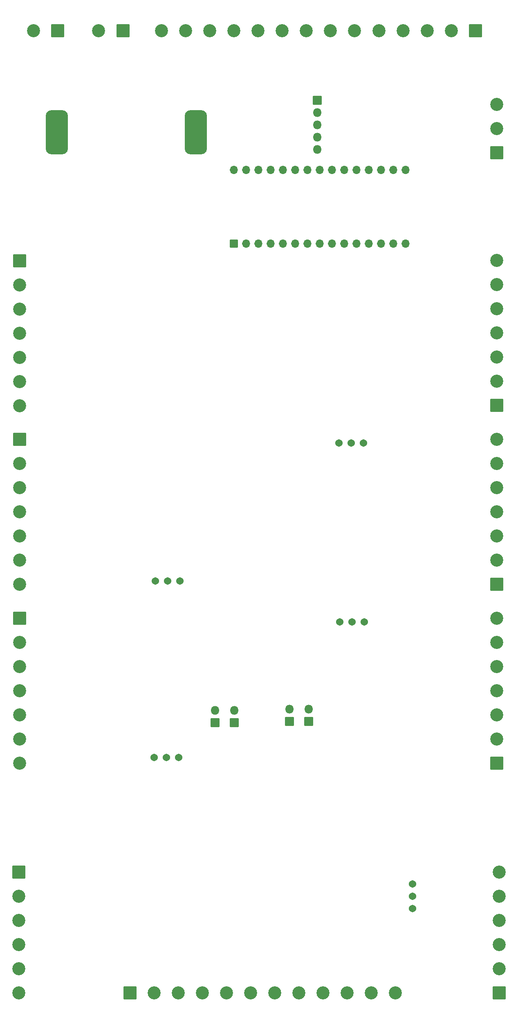
<source format=gbr>
%TF.GenerationSoftware,KiCad,Pcbnew,(7.0.0-0)*%
%TF.CreationDate,2023-04-05T17:09:17+01:00*%
%TF.ProjectId,pipcb,70697063-622e-46b6-9963-61645f706362,rev?*%
%TF.SameCoordinates,Original*%
%TF.FileFunction,Soldermask,Bot*%
%TF.FilePolarity,Negative*%
%FSLAX46Y46*%
G04 Gerber Fmt 4.6, Leading zero omitted, Abs format (unit mm)*
G04 Created by KiCad (PCBNEW (7.0.0-0)) date 2023-04-05 17:09:17*
%MOMM*%
%LPD*%
G01*
G04 APERTURE LIST*
G04 Aperture macros list*
%AMRoundRect*
0 Rectangle with rounded corners*
0 $1 Rounding radius*
0 $2 $3 $4 $5 $6 $7 $8 $9 X,Y pos of 4 corners*
0 Add a 4 corners polygon primitive as box body*
4,1,4,$2,$3,$4,$5,$6,$7,$8,$9,$2,$3,0*
0 Add four circle primitives for the rounded corners*
1,1,$1+$1,$2,$3*
1,1,$1+$1,$4,$5*
1,1,$1+$1,$6,$7*
1,1,$1+$1,$8,$9*
0 Add four rect primitives between the rounded corners*
20,1,$1+$1,$2,$3,$4,$5,0*
20,1,$1+$1,$4,$5,$6,$7,0*
20,1,$1+$1,$6,$7,$8,$9,0*
20,1,$1+$1,$8,$9,$2,$3,0*%
G04 Aperture macros list end*
%ADD10C,1.540000*%
%ADD11C,2.700000*%
%ADD12RoundRect,0.050000X1.300000X1.300000X-1.300000X1.300000X-1.300000X-1.300000X1.300000X-1.300000X0*%
%ADD13RoundRect,0.050000X1.300000X-1.300000X1.300000X1.300000X-1.300000X1.300000X-1.300000X-1.300000X0*%
%ADD14RoundRect,0.050000X-1.300000X-1.300000X1.300000X-1.300000X1.300000X1.300000X-1.300000X1.300000X0*%
%ADD15RoundRect,0.050000X-1.300000X1.300000X-1.300000X-1.300000X1.300000X-1.300000X1.300000X1.300000X0*%
%ADD16O,1.800000X1.800000*%
%ADD17RoundRect,0.050000X0.850000X0.850000X-0.850000X0.850000X-0.850000X-0.850000X0.850000X-0.850000X0*%
%ADD18RoundRect,0.050000X-0.850000X-0.850000X0.850000X-0.850000X0.850000X0.850000X-0.850000X0.850000X0*%
%ADD19RoundRect,1.175000X-1.125000X-3.375000X1.125000X-3.375000X1.125000X3.375000X-1.125000X3.375000X0*%
%ADD20O,1.700000X1.700000*%
%ADD21RoundRect,0.050000X0.800000X-0.800000X0.800000X0.800000X-0.800000X0.800000X-0.800000X-0.800000X0*%
G04 APERTURE END LIST*
D10*
%TO.C,RV6*%
X33790000Y-79250000D03*
X36330000Y-79250000D03*
X38870000Y-79250000D03*
%TD*%
%TO.C,RV9*%
X77040000Y-87750000D03*
X74500000Y-87750000D03*
X71960000Y-87750000D03*
%TD*%
%TO.C,RV7*%
X76870000Y-50750000D03*
X74330000Y-50750000D03*
X71790000Y-50750000D03*
%TD*%
%TO.C,RV8*%
X33500000Y-115750000D03*
X36040000Y-115750000D03*
X38580000Y-115750000D03*
%TD*%
%TO.C,RV1*%
X87000000Y-146980000D03*
X87000000Y-144440000D03*
X87000000Y-141900000D03*
%TD*%
D11*
%TO.C,J1*%
X22040000Y34500000D03*
D12*
X27040000Y34500000D03*
%TD*%
D11*
%TO.C,J5*%
X104500000Y-50000000D03*
X104500000Y-55000000D03*
X104500000Y-60000000D03*
X104500000Y-65000000D03*
X104500000Y-70000000D03*
X104500000Y-75000000D03*
D13*
X104500000Y-80000000D03*
%TD*%
D11*
%TO.C,J7*%
X104500000Y-87000000D03*
X104500000Y-92000000D03*
X104500000Y-97000000D03*
X104500000Y-102000000D03*
X104500000Y-107000000D03*
X104500000Y-112000000D03*
D13*
X104500000Y-117000000D03*
%TD*%
D11*
%TO.C,J10*%
X104500000Y19250000D03*
X104500000Y14250000D03*
D13*
X104500000Y9250000D03*
%TD*%
D11*
%TO.C,J11*%
X83500000Y-164500000D03*
X78500000Y-164500000D03*
X73500000Y-164500000D03*
X68500000Y-164500000D03*
X63500000Y-164500000D03*
X58500000Y-164500000D03*
X53500000Y-164500000D03*
X48500000Y-164500000D03*
X43500000Y-164500000D03*
X38500000Y-164500000D03*
X33500000Y-164500000D03*
D14*
X28500000Y-164500000D03*
%TD*%
D11*
%TO.C,J9*%
X5500000Y-164500000D03*
X5500000Y-159500000D03*
X5500000Y-154500000D03*
X5500000Y-149500000D03*
X5500000Y-144500000D03*
D15*
X5500000Y-139500000D03*
%TD*%
D11*
%TO.C,J3*%
X104500000Y-13000000D03*
X104500000Y-18000000D03*
X104500000Y-23000000D03*
X104500000Y-28000000D03*
X104500000Y-33000000D03*
X104500000Y-38000000D03*
D13*
X104500000Y-43000000D03*
%TD*%
D11*
%TO.C,J13*%
X8540000Y34500000D03*
D12*
X13540000Y34500000D03*
%TD*%
D16*
%TO.C,JP2*%
X46139999Y-106059999D03*
D17*
X46140000Y-108600000D03*
%TD*%
D11*
%TO.C,J2*%
X5640000Y-43050000D03*
X5640000Y-38050000D03*
X5640000Y-33050000D03*
X5640000Y-28050000D03*
X5640000Y-23050000D03*
X5640000Y-18050000D03*
D15*
X5640000Y-13050000D03*
%TD*%
D11*
%TO.C,J4*%
X5640000Y-79999999D03*
X5640000Y-74999999D03*
X5640000Y-69999999D03*
X5640000Y-64999999D03*
X5640000Y-59999999D03*
X5640000Y-54999999D03*
D15*
X5640000Y-49999999D03*
%TD*%
D16*
%TO.C,JP1*%
X50139999Y-106059999D03*
D17*
X50140000Y-108600000D03*
%TD*%
D16*
%TO.C,J14*%
X67289999Y9919999D03*
X67289999Y12459999D03*
X67289999Y14999999D03*
X67289999Y17539999D03*
D18*
X67290000Y20080000D03*
%TD*%
D11*
%TO.C,J6*%
X5640000Y-117000000D03*
X5640000Y-112000000D03*
X5640000Y-107000000D03*
X5640000Y-102000000D03*
X5640000Y-97000000D03*
X5640000Y-92000000D03*
D15*
X5640000Y-87000000D03*
%TD*%
D16*
%TO.C,JP4*%
X61540000Y-105822499D03*
D17*
X61540001Y-108362500D03*
%TD*%
D19*
%TO.C,SW1*%
X42190000Y13500000D03*
X13390000Y13500000D03*
%TD*%
D11*
%TO.C,J12*%
X105000000Y-139500000D03*
X105000000Y-144500000D03*
X105000000Y-149500000D03*
X105000000Y-154500000D03*
X105000000Y-159500000D03*
D13*
X105000000Y-164500000D03*
%TD*%
D20*
%TO.C,A1*%
X49999999Y5739999D03*
X52539999Y5739999D03*
X55079999Y5739999D03*
X57619999Y5739999D03*
X60159999Y5739999D03*
X62699999Y5739999D03*
X65239999Y5739999D03*
X67779999Y5739999D03*
X70319999Y5739999D03*
X72859999Y5739999D03*
X75399999Y5739999D03*
X77939999Y5739999D03*
X80479999Y5739999D03*
X83019999Y5739999D03*
X85559999Y5739999D03*
X85559999Y-9499999D03*
X83019999Y-9499999D03*
X80479999Y-9499999D03*
X77939999Y-9499999D03*
X75399999Y-9499999D03*
X72859999Y-9499999D03*
X70319999Y-9499999D03*
X67779999Y-9499999D03*
X65239999Y-9499999D03*
X62699999Y-9499999D03*
X60159999Y-9499999D03*
X57619999Y-9499999D03*
X55079999Y-9499999D03*
X52539999Y-9499999D03*
D21*
X50000000Y-9500000D03*
%TD*%
D11*
%TO.C,J8*%
X35040000Y34500000D03*
X40040000Y34500000D03*
X45040000Y34500000D03*
X50040000Y34500000D03*
X55040000Y34500000D03*
X60040000Y34500000D03*
X65040000Y34500000D03*
X70040000Y34500000D03*
X75040000Y34500000D03*
X80040000Y34500000D03*
X85040000Y34500000D03*
X90040000Y34500000D03*
X95040000Y34500000D03*
D12*
X100040000Y34500000D03*
%TD*%
D16*
%TO.C,JP3*%
X65539999Y-105822499D03*
D17*
X65540000Y-108362500D03*
%TD*%
M02*

</source>
